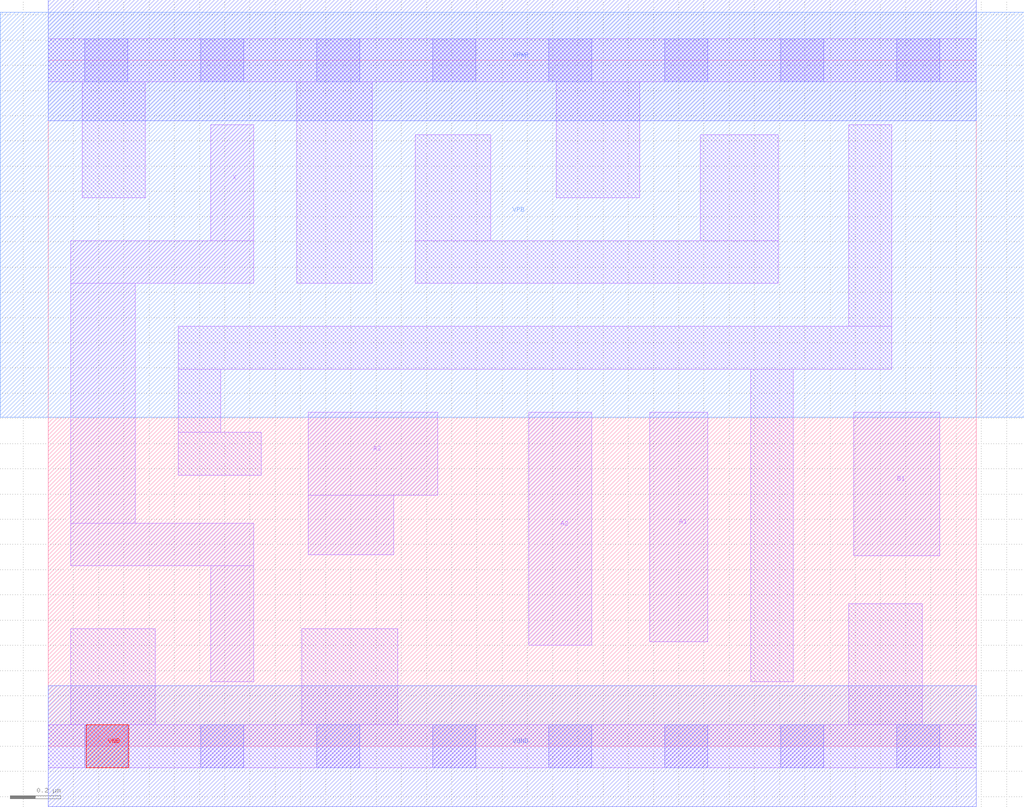
<source format=lef>
# Copyright 2020 The SkyWater PDK Authors
#
# Licensed under the Apache License, Version 2.0 (the "License");
# you may not use this file except in compliance with the License.
# You may obtain a copy of the License at
#
#     https://www.apache.org/licenses/LICENSE-2.0
#
# Unless required by applicable law or agreed to in writing, software
# distributed under the License is distributed on an "AS IS" BASIS,
# WITHOUT WARRANTIES OR CONDITIONS OF ANY KIND, either express or implied.
# See the License for the specific language governing permissions and
# limitations under the License.
#
# SPDX-License-Identifier: Apache-2.0

VERSION 5.7 ;
  NOWIREEXTENSIONATPIN ON ;
  DIVIDERCHAR "/" ;
  BUSBITCHARS "[]" ;
PROPERTYDEFINITIONS
  MACRO maskLayoutSubType STRING ;
  MACRO prCellType STRING ;
  MACRO originalViewName STRING ;
END PROPERTYDEFINITIONS
MACRO sky130_fd_sc_hdll__a31o_2
  CLASS CORE ;
  FOREIGN sky130_fd_sc_hdll__a31o_2 ;
  ORIGIN  0.000000  0.000000 ;
  SIZE  3.680000 BY  2.720000 ;
  SYMMETRY X Y R90 ;
  SITE unithd ;
  PIN A1
    ANTENNAGATEAREA  0.277500 ;
    DIRECTION INPUT ;
    USE SIGNAL ;
    PORT
      LAYER li1 ;
        RECT 2.385000 0.415000 2.615000 1.325000 ;
    END
  END A1
  PIN A2
    ANTENNAGATEAREA  0.277500 ;
    DIRECTION INPUT ;
    USE SIGNAL ;
    PORT
      LAYER li1 ;
        RECT 1.905000 0.400000 2.155000 1.325000 ;
    END
  END A2
  PIN A3
    ANTENNAGATEAREA  0.277500 ;
    DIRECTION INPUT ;
    USE SIGNAL ;
    PORT
      LAYER li1 ;
        RECT 1.030000 0.760000 1.370000 0.995000 ;
        RECT 1.030000 0.995000 1.545000 1.325000 ;
    END
  END A3
  PIN B1
    ANTENNAGATEAREA  0.277500 ;
    DIRECTION INPUT ;
    USE SIGNAL ;
    PORT
      LAYER li1 ;
        RECT 3.195000 0.755000 3.535000 1.325000 ;
    END
  END B1
  PIN VNB
    PORT
      LAYER pwell ;
        RECT 0.150000 -0.085000 0.320000 0.085000 ;
    END
  END VNB
  PIN VPB
    PORT
      LAYER nwell ;
        RECT -0.190000 1.305000 3.870000 2.910000 ;
    END
  END VPB
  PIN X
    ANTENNADIFFAREA  0.530500 ;
    DIRECTION OUTPUT ;
    USE SIGNAL ;
    PORT
      LAYER li1 ;
        RECT 0.090000 0.715000 0.815000 0.885000 ;
        RECT 0.090000 0.885000 0.345000 1.835000 ;
        RECT 0.090000 1.835000 0.815000 2.005000 ;
        RECT 0.645000 0.255000 0.815000 0.715000 ;
        RECT 0.645000 2.005000 0.815000 2.465000 ;
    END
  END X
  PIN VGND
    DIRECTION INOUT ;
    USE GROUND ;
    PORT
      LAYER met1 ;
        RECT 0.000000 -0.240000 3.680000 0.240000 ;
    END
  END VGND
  PIN VPWR
    DIRECTION INOUT ;
    USE POWER ;
    PORT
      LAYER met1 ;
        RECT 0.000000 2.480000 3.680000 2.960000 ;
    END
  END VPWR
  OBS
    LAYER li1 ;
      RECT 0.000000 -0.085000 3.680000 0.085000 ;
      RECT 0.000000  2.635000 3.680000 2.805000 ;
      RECT 0.090000  0.085000 0.425000 0.465000 ;
      RECT 0.135000  2.175000 0.385000 2.635000 ;
      RECT 0.515000  1.075000 0.845000 1.245000 ;
      RECT 0.515000  1.245000 0.685000 1.495000 ;
      RECT 0.515000  1.495000 3.345000 1.665000 ;
      RECT 0.985000  1.835000 1.285000 2.635000 ;
      RECT 1.005000  0.085000 1.385000 0.465000 ;
      RECT 1.455000  1.835000 2.895000 2.005000 ;
      RECT 1.455000  2.005000 1.755000 2.425000 ;
      RECT 2.015000  2.175000 2.345000 2.635000 ;
      RECT 2.585000  2.005000 2.895000 2.425000 ;
      RECT 2.785000  0.255000 2.955000 1.495000 ;
      RECT 3.175000  0.085000 3.465000 0.565000 ;
      RECT 3.175000  1.665000 3.345000 2.465000 ;
    LAYER mcon ;
      RECT 0.145000 -0.085000 0.315000 0.085000 ;
      RECT 0.145000  2.635000 0.315000 2.805000 ;
      RECT 0.605000 -0.085000 0.775000 0.085000 ;
      RECT 0.605000  2.635000 0.775000 2.805000 ;
      RECT 1.065000 -0.085000 1.235000 0.085000 ;
      RECT 1.065000  2.635000 1.235000 2.805000 ;
      RECT 1.525000 -0.085000 1.695000 0.085000 ;
      RECT 1.525000  2.635000 1.695000 2.805000 ;
      RECT 1.985000 -0.085000 2.155000 0.085000 ;
      RECT 1.985000  2.635000 2.155000 2.805000 ;
      RECT 2.445000 -0.085000 2.615000 0.085000 ;
      RECT 2.445000  2.635000 2.615000 2.805000 ;
      RECT 2.905000 -0.085000 3.075000 0.085000 ;
      RECT 2.905000  2.635000 3.075000 2.805000 ;
      RECT 3.365000 -0.085000 3.535000 0.085000 ;
      RECT 3.365000  2.635000 3.535000 2.805000 ;
  END
  PROPERTY maskLayoutSubType "abstract" ;
  PROPERTY prCellType "standard" ;
  PROPERTY originalViewName "layout" ;
END sky130_fd_sc_hdll__a31o_2
END LIBRARY

</source>
